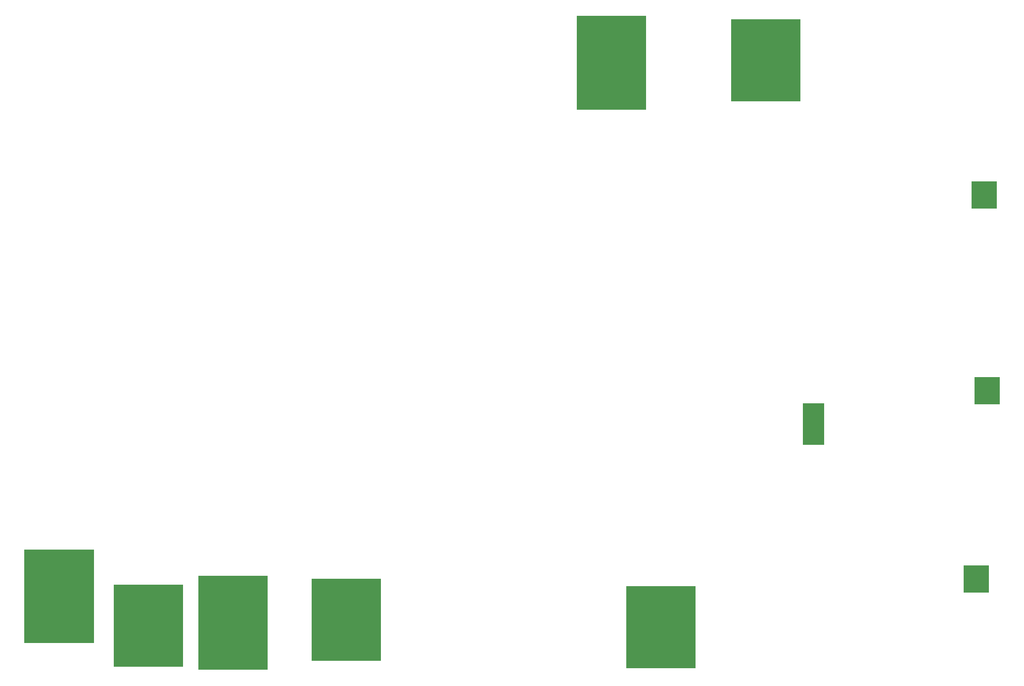
<source format=gbr>
%TF.GenerationSoftware,Altium Limited,Altium Designer,20.2.5 (213)*%
G04 Layer_Color=16711935*
%FSLAX26Y26*%
%MOIN*%
%TF.SameCoordinates,9BAFD9CD-774C-4051-972E-F2DD54F50950*%
%TF.FilePolarity,Positive*%
%TF.FileFunction,Other,Mechanical_5*%
%TF.Part,Single*%
G01*
G75*
G36*
X5715394Y4847796D02*
X5248858D01*
Y5400945D01*
X5715394D01*
Y4847796D01*
D02*
G37*
G36*
X4675394Y4790316D02*
X4208858D01*
Y5422205D01*
X4675394D01*
Y4790316D01*
D02*
G37*
G36*
X7038661Y4124000D02*
X6868661D01*
Y4306000D01*
X7038661D01*
Y4124000D01*
D02*
G37*
G36*
X7060000Y2804000D02*
X6890000D01*
Y2986000D01*
X7060000D01*
Y2804000D01*
D02*
G37*
G36*
X5877480Y2528961D02*
X5732520D01*
Y2811039D01*
X5877480D01*
Y2528961D01*
D02*
G37*
G36*
X6987402Y1534000D02*
X6817402D01*
Y1716000D01*
X6987402D01*
Y1534000D01*
D02*
G37*
G36*
X957047Y1194095D02*
X487756D01*
Y1824015D01*
X957047D01*
Y1194095D01*
D02*
G37*
G36*
X2891142Y1072795D02*
X2424606D01*
Y1625944D01*
X2891142D01*
Y1072795D01*
D02*
G37*
G36*
X1556142Y1032795D02*
X1089606D01*
Y1585944D01*
X1556142D01*
Y1032795D01*
D02*
G37*
G36*
X5010394Y1024056D02*
X4543858D01*
Y1577205D01*
X5010394D01*
Y1024056D01*
D02*
G37*
G36*
X2126142Y1014055D02*
X1659606D01*
Y1645944D01*
X2126142D01*
Y1014055D01*
D02*
G37*
%TF.MD5,23f8daae211edfe8a618b26696b723fe*%
M02*

</source>
